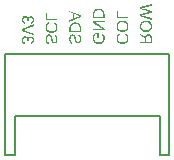
<source format=gbo>
G04 EAGLE Gerber RS-274X export*
G75*
%MOMM*%
%FSLAX34Y34*%
%LPD*%
%INSilkscreen Bottom*%
%IPPOS*%
%AMOC8*
5,1,8,0,0,1.08239X$1,22.5*%
G01*
G04 Define Apertures*
%ADD10C,0.152400*%
G36*
X29904Y-83675D02*
X29527Y-83666D01*
X29162Y-83639D01*
X28809Y-83594D01*
X28468Y-83532D01*
X28139Y-83451D01*
X27822Y-83353D01*
X27517Y-83236D01*
X27224Y-83102D01*
X26946Y-82951D01*
X26684Y-82784D01*
X26439Y-82601D01*
X26211Y-82401D01*
X26000Y-82186D01*
X25806Y-81955D01*
X25629Y-81707D01*
X25469Y-81444D01*
X25327Y-81166D01*
X25203Y-80875D01*
X25099Y-80571D01*
X25014Y-80255D01*
X24947Y-79925D01*
X24900Y-79583D01*
X24872Y-79228D01*
X24862Y-78861D01*
X24872Y-78496D01*
X24900Y-78144D01*
X24948Y-77804D01*
X25016Y-77476D01*
X25102Y-77161D01*
X25207Y-76858D01*
X25332Y-76567D01*
X25476Y-76288D01*
X25638Y-76024D01*
X25816Y-75775D01*
X26011Y-75542D01*
X26222Y-75325D01*
X26451Y-75124D01*
X26695Y-74939D01*
X26957Y-74769D01*
X27235Y-74616D01*
X27527Y-74479D01*
X27831Y-74361D01*
X28147Y-74260D01*
X28474Y-74179D01*
X28814Y-74115D01*
X29165Y-74069D01*
X29529Y-74042D01*
X29904Y-74033D01*
X30280Y-74042D01*
X30644Y-74069D01*
X30995Y-74114D01*
X31333Y-74177D01*
X31659Y-74258D01*
X31972Y-74357D01*
X32272Y-74474D01*
X32559Y-74609D01*
X32832Y-74761D01*
X33088Y-74929D01*
X33327Y-75113D01*
X33550Y-75313D01*
X33756Y-75529D01*
X33945Y-75762D01*
X34117Y-76010D01*
X34273Y-76274D01*
X34411Y-76553D01*
X34531Y-76844D01*
X34632Y-77147D01*
X34715Y-77462D01*
X34780Y-77790D01*
X34826Y-78130D01*
X34853Y-78482D01*
X34863Y-78847D01*
X34842Y-79400D01*
X34781Y-79922D01*
X34678Y-80413D01*
X34534Y-80873D01*
X34349Y-81301D01*
X34124Y-81698D01*
X33857Y-82064D01*
X33549Y-82399D01*
X33204Y-82698D01*
X32828Y-82957D01*
X32420Y-83176D01*
X31981Y-83356D01*
X31509Y-83495D01*
X31006Y-83595D01*
X30471Y-83655D01*
X29904Y-83675D01*
G37*
%LPC*%
G36*
X29904Y-82337D02*
X30351Y-82323D01*
X30773Y-82280D01*
X31169Y-82209D01*
X31540Y-82109D01*
X31885Y-81981D01*
X32204Y-81825D01*
X32498Y-81640D01*
X32766Y-81426D01*
X33005Y-81187D01*
X33213Y-80924D01*
X33388Y-80637D01*
X33532Y-80326D01*
X33643Y-79992D01*
X33723Y-79634D01*
X33771Y-79252D01*
X33787Y-78847D01*
X33771Y-78445D01*
X33722Y-78066D01*
X33641Y-77711D01*
X33528Y-77379D01*
X33383Y-77070D01*
X33205Y-76785D01*
X32995Y-76523D01*
X32752Y-76285D01*
X32481Y-76072D01*
X32186Y-75888D01*
X31867Y-75732D01*
X31523Y-75604D01*
X31155Y-75505D01*
X30762Y-75434D01*
X30345Y-75392D01*
X29904Y-75378D01*
X29443Y-75392D01*
X29009Y-75434D01*
X28602Y-75504D01*
X28222Y-75603D01*
X27868Y-75729D01*
X27542Y-75884D01*
X27242Y-76067D01*
X26969Y-76278D01*
X26726Y-76515D01*
X26515Y-76777D01*
X26337Y-77063D01*
X26191Y-77374D01*
X26077Y-77709D01*
X25996Y-78068D01*
X25947Y-78452D01*
X25931Y-78861D01*
X25948Y-79258D01*
X25998Y-79633D01*
X26082Y-79986D01*
X26199Y-80317D01*
X26350Y-80625D01*
X26534Y-80911D01*
X26752Y-81175D01*
X27004Y-81416D01*
X27283Y-81632D01*
X27587Y-81819D01*
X27914Y-81977D01*
X28265Y-82107D01*
X28639Y-82207D01*
X29037Y-82279D01*
X29459Y-82322D01*
X29904Y-82337D01*
G37*
%LPD*%
G36*
X49904Y-83675D02*
X49527Y-83666D01*
X49162Y-83639D01*
X48809Y-83594D01*
X48468Y-83532D01*
X48139Y-83451D01*
X47822Y-83353D01*
X47517Y-83236D01*
X47224Y-83102D01*
X46946Y-82951D01*
X46684Y-82784D01*
X46439Y-82601D01*
X46211Y-82401D01*
X46000Y-82186D01*
X45806Y-81955D01*
X45629Y-81707D01*
X45469Y-81444D01*
X45327Y-81166D01*
X45203Y-80875D01*
X45099Y-80571D01*
X45014Y-80255D01*
X44947Y-79925D01*
X44900Y-79583D01*
X44872Y-79228D01*
X44862Y-78861D01*
X44872Y-78496D01*
X44900Y-78144D01*
X44948Y-77804D01*
X45016Y-77476D01*
X45102Y-77161D01*
X45207Y-76858D01*
X45332Y-76567D01*
X45476Y-76288D01*
X45638Y-76024D01*
X45816Y-75775D01*
X46011Y-75542D01*
X46222Y-75325D01*
X46451Y-75124D01*
X46695Y-74939D01*
X46957Y-74769D01*
X47235Y-74616D01*
X47527Y-74479D01*
X47831Y-74361D01*
X48147Y-74260D01*
X48474Y-74179D01*
X48814Y-74115D01*
X49165Y-74069D01*
X49529Y-74042D01*
X49904Y-74033D01*
X50280Y-74042D01*
X50644Y-74069D01*
X50995Y-74114D01*
X51333Y-74177D01*
X51659Y-74258D01*
X51972Y-74357D01*
X52272Y-74474D01*
X52559Y-74609D01*
X52832Y-74761D01*
X53088Y-74929D01*
X53327Y-75113D01*
X53550Y-75313D01*
X53756Y-75529D01*
X53945Y-75762D01*
X54117Y-76010D01*
X54273Y-76274D01*
X54411Y-76553D01*
X54531Y-76844D01*
X54632Y-77147D01*
X54715Y-77462D01*
X54780Y-77790D01*
X54826Y-78130D01*
X54853Y-78482D01*
X54863Y-78847D01*
X54842Y-79400D01*
X54781Y-79922D01*
X54678Y-80413D01*
X54534Y-80873D01*
X54349Y-81301D01*
X54124Y-81698D01*
X53857Y-82064D01*
X53549Y-82399D01*
X53204Y-82698D01*
X52828Y-82957D01*
X52420Y-83176D01*
X51981Y-83356D01*
X51509Y-83495D01*
X51006Y-83595D01*
X50471Y-83655D01*
X49904Y-83675D01*
G37*
%LPC*%
G36*
X49904Y-82337D02*
X50351Y-82323D01*
X50773Y-82280D01*
X51169Y-82209D01*
X51540Y-82109D01*
X51885Y-81981D01*
X52204Y-81825D01*
X52498Y-81640D01*
X52766Y-81426D01*
X53005Y-81187D01*
X53213Y-80924D01*
X53388Y-80637D01*
X53532Y-80326D01*
X53643Y-79992D01*
X53723Y-79634D01*
X53771Y-79252D01*
X53787Y-78847D01*
X53771Y-78445D01*
X53722Y-78066D01*
X53641Y-77711D01*
X53528Y-77379D01*
X53383Y-77070D01*
X53205Y-76785D01*
X52995Y-76523D01*
X52752Y-76285D01*
X52481Y-76072D01*
X52186Y-75888D01*
X51867Y-75732D01*
X51523Y-75604D01*
X51155Y-75505D01*
X50762Y-75434D01*
X50345Y-75392D01*
X49904Y-75378D01*
X49443Y-75392D01*
X49009Y-75434D01*
X48602Y-75504D01*
X48222Y-75603D01*
X47868Y-75729D01*
X47542Y-75884D01*
X47242Y-76067D01*
X46969Y-76278D01*
X46726Y-76515D01*
X46515Y-76777D01*
X46337Y-77063D01*
X46191Y-77374D01*
X46077Y-77709D01*
X45996Y-78068D01*
X45947Y-78452D01*
X45931Y-78861D01*
X45948Y-79258D01*
X45998Y-79633D01*
X46082Y-79986D01*
X46199Y-80317D01*
X46350Y-80625D01*
X46534Y-80911D01*
X46752Y-81175D01*
X47004Y-81416D01*
X47283Y-81632D01*
X47587Y-81819D01*
X47914Y-81977D01*
X48265Y-82107D01*
X48639Y-82207D01*
X49037Y-82279D01*
X49459Y-82322D01*
X49904Y-82337D01*
G37*
%LPD*%
G36*
X-5282Y-83966D02*
X-15000Y-83966D01*
X-15000Y-80332D01*
X-14991Y-79985D01*
X-14963Y-79649D01*
X-14916Y-79323D01*
X-14850Y-79007D01*
X-14766Y-78702D01*
X-14663Y-78407D01*
X-14541Y-78123D01*
X-14400Y-77849D01*
X-14242Y-77587D01*
X-14067Y-77341D01*
X-13876Y-77111D01*
X-13668Y-76895D01*
X-13444Y-76695D01*
X-13203Y-76510D01*
X-12946Y-76341D01*
X-12672Y-76187D01*
X-12385Y-76049D01*
X-12085Y-75930D01*
X-11774Y-75829D01*
X-11451Y-75747D01*
X-11116Y-75683D01*
X-10769Y-75637D01*
X-10411Y-75609D01*
X-10041Y-75600D01*
X-9487Y-75621D01*
X-8965Y-75684D01*
X-8476Y-75789D01*
X-8019Y-75936D01*
X-7596Y-76124D01*
X-7205Y-76355D01*
X-6846Y-76627D01*
X-6520Y-76942D01*
X-6230Y-77295D01*
X-5979Y-77683D01*
X-5766Y-78106D01*
X-5592Y-78565D01*
X-5456Y-79059D01*
X-5360Y-79588D01*
X-5302Y-80153D01*
X-5282Y-80752D01*
X-5282Y-83966D01*
G37*
%LPC*%
G36*
X-6337Y-82649D02*
X-6337Y-80780D01*
X-6352Y-80325D01*
X-6397Y-79897D01*
X-6471Y-79498D01*
X-6575Y-79126D01*
X-6708Y-78781D01*
X-6871Y-78464D01*
X-7064Y-78176D01*
X-7286Y-77914D01*
X-7536Y-77682D01*
X-7814Y-77481D01*
X-8118Y-77311D01*
X-8449Y-77172D01*
X-8807Y-77064D01*
X-9191Y-76986D01*
X-9603Y-76940D01*
X-10041Y-76925D01*
X-10336Y-76931D01*
X-10621Y-76952D01*
X-10897Y-76986D01*
X-11162Y-77033D01*
X-11417Y-77094D01*
X-11663Y-77169D01*
X-11898Y-77257D01*
X-12124Y-77359D01*
X-12338Y-77474D01*
X-12540Y-77600D01*
X-12728Y-77738D01*
X-12903Y-77888D01*
X-13066Y-78049D01*
X-13215Y-78222D01*
X-13352Y-78407D01*
X-13476Y-78604D01*
X-13586Y-78811D01*
X-13681Y-79025D01*
X-13762Y-79248D01*
X-13828Y-79479D01*
X-13879Y-79718D01*
X-13915Y-79965D01*
X-13937Y-80220D01*
X-13945Y-80483D01*
X-13945Y-82649D01*
X-6337Y-82649D01*
G37*
%LPD*%
G36*
X14718Y-72185D02*
X5000Y-72185D01*
X5000Y-68550D01*
X5009Y-68204D01*
X5038Y-67868D01*
X5084Y-67542D01*
X5150Y-67226D01*
X5234Y-66921D01*
X5338Y-66626D01*
X5459Y-66342D01*
X5600Y-66067D01*
X5758Y-65806D01*
X5933Y-65560D01*
X6124Y-65329D01*
X6332Y-65114D01*
X6556Y-64914D01*
X6797Y-64729D01*
X7054Y-64560D01*
X7328Y-64405D01*
X7616Y-64268D01*
X7915Y-64149D01*
X8226Y-64048D01*
X8549Y-63966D01*
X8884Y-63902D01*
X9231Y-63856D01*
X9589Y-63828D01*
X9959Y-63819D01*
X10513Y-63840D01*
X11035Y-63903D01*
X11524Y-64008D01*
X11981Y-64154D01*
X12404Y-64343D01*
X12796Y-64574D01*
X13154Y-64846D01*
X13480Y-65161D01*
X13770Y-65514D01*
X14021Y-65902D01*
X14234Y-66325D01*
X14408Y-66784D01*
X14544Y-67278D01*
X14640Y-67807D01*
X14698Y-68371D01*
X14718Y-68971D01*
X14718Y-72185D01*
G37*
%LPC*%
G36*
X13663Y-70868D02*
X13663Y-68999D01*
X13648Y-68544D01*
X13603Y-68116D01*
X13529Y-67716D01*
X13426Y-67344D01*
X13292Y-67000D01*
X13129Y-66683D01*
X12937Y-66394D01*
X12714Y-66133D01*
X12464Y-65901D01*
X12186Y-65700D01*
X11882Y-65530D01*
X11551Y-65391D01*
X11193Y-65282D01*
X10809Y-65205D01*
X10397Y-65159D01*
X9959Y-65143D01*
X9664Y-65150D01*
X9379Y-65170D01*
X9103Y-65204D01*
X8838Y-65252D01*
X8583Y-65313D01*
X8337Y-65388D01*
X8102Y-65476D01*
X7876Y-65578D01*
X7662Y-65692D01*
X7460Y-65819D01*
X7272Y-65957D01*
X7097Y-66106D01*
X6934Y-66268D01*
X6785Y-66441D01*
X6648Y-66626D01*
X6524Y-66823D01*
X6414Y-67029D01*
X6319Y-67244D01*
X6238Y-67467D01*
X6172Y-67698D01*
X6121Y-67937D01*
X6085Y-68184D01*
X6063Y-68439D01*
X6055Y-68702D01*
X6055Y-70868D01*
X13663Y-70868D01*
G37*
%LPD*%
G36*
X54718Y-93373D02*
X45000Y-93373D01*
X45000Y-92055D01*
X49035Y-92055D01*
X49035Y-89027D01*
X45000Y-86503D01*
X45000Y-84986D01*
X47404Y-86570D01*
X49186Y-87745D01*
X49243Y-87475D01*
X49317Y-87219D01*
X49408Y-86979D01*
X49516Y-86754D01*
X49589Y-86631D01*
X49641Y-86544D01*
X49783Y-86349D01*
X49942Y-86168D01*
X50118Y-86003D01*
X50307Y-85855D01*
X50508Y-85727D01*
X50720Y-85619D01*
X50942Y-85530D01*
X51175Y-85461D01*
X51418Y-85412D01*
X51673Y-85382D01*
X51938Y-85372D01*
X52257Y-85386D01*
X52558Y-85428D01*
X52840Y-85498D01*
X53105Y-85595D01*
X53351Y-85721D01*
X53580Y-85875D01*
X53791Y-86056D01*
X53983Y-86265D01*
X54155Y-86500D01*
X54305Y-86759D01*
X54431Y-87040D01*
X54534Y-87345D01*
X54615Y-87674D01*
X54672Y-88026D01*
X54706Y-88401D01*
X54718Y-88800D01*
X54718Y-93373D01*
G37*
%LPC*%
G36*
X53663Y-92055D02*
X53663Y-88931D01*
X53656Y-88668D01*
X53635Y-88421D01*
X53600Y-88190D01*
X53551Y-87975D01*
X53489Y-87775D01*
X53412Y-87592D01*
X53322Y-87424D01*
X53218Y-87272D01*
X53100Y-87137D01*
X52970Y-87020D01*
X52827Y-86921D01*
X52672Y-86840D01*
X52504Y-86777D01*
X52324Y-86732D01*
X52130Y-86705D01*
X51925Y-86696D01*
X51712Y-86705D01*
X51511Y-86732D01*
X51322Y-86776D01*
X51146Y-86839D01*
X50982Y-86919D01*
X50830Y-87016D01*
X50690Y-87132D01*
X50562Y-87265D01*
X50448Y-87415D01*
X50350Y-87579D01*
X50266Y-87759D01*
X50198Y-87952D01*
X50145Y-88161D01*
X50107Y-88385D01*
X50084Y-88623D01*
X50076Y-88876D01*
X50076Y-92055D01*
X53663Y-92055D01*
G37*
%LPD*%
G36*
X54718Y-73282D02*
X45000Y-70419D01*
X45000Y-68847D01*
X49914Y-67497D01*
X51911Y-66964D01*
X53249Y-66661D01*
X51981Y-66381D01*
X51173Y-66178D01*
X45000Y-64495D01*
X45000Y-62922D01*
X54718Y-60060D01*
X54718Y-61433D01*
X49699Y-62828D01*
X47693Y-63371D01*
X46400Y-63674D01*
X46159Y-63736D01*
X47300Y-63998D01*
X48669Y-64343D01*
X54718Y-66033D01*
X54718Y-67295D01*
X49988Y-68622D01*
X47814Y-69209D01*
X46159Y-69592D01*
X47369Y-69866D01*
X48545Y-70164D01*
X54718Y-71909D01*
X54718Y-73282D01*
G37*
G36*
X-15000Y-74910D02*
X-15000Y-73544D01*
X-12158Y-72427D01*
X-12158Y-67999D01*
X-15000Y-66889D01*
X-15000Y-65544D01*
X-5282Y-69448D01*
X-5282Y-70944D01*
X-15000Y-74910D01*
G37*
%LPC*%
G36*
X-11131Y-72027D02*
X-7938Y-70786D01*
X-7122Y-70489D01*
X-6468Y-70275D01*
X-6275Y-70213D01*
X-6848Y-70027D01*
X-7417Y-69834D01*
X-7924Y-69641D01*
X-11131Y-68392D01*
X-11131Y-72027D01*
G37*
%LPD*%
G36*
X14718Y-82373D02*
X5000Y-82373D01*
X5000Y-81200D01*
X11456Y-81200D01*
X12607Y-81235D01*
X13276Y-81269D01*
X5000Y-76069D01*
X5000Y-74482D01*
X14718Y-74482D01*
X14718Y-75669D01*
X8345Y-75669D01*
X7552Y-75648D01*
X6386Y-75586D01*
X14718Y-80841D01*
X14718Y-82373D01*
G37*
G36*
X9904Y-93821D02*
X9524Y-93812D01*
X9157Y-93784D01*
X8802Y-93739D01*
X8460Y-93675D01*
X8130Y-93593D01*
X7813Y-93493D01*
X7509Y-93375D01*
X7217Y-93238D01*
X6940Y-93084D01*
X6680Y-92914D01*
X6436Y-92728D01*
X6210Y-92525D01*
X5999Y-92306D01*
X5806Y-92071D01*
X5629Y-91820D01*
X5469Y-91552D01*
X5327Y-91269D01*
X5203Y-90974D01*
X5099Y-90665D01*
X5014Y-90343D01*
X4947Y-90008D01*
X4900Y-89660D01*
X4872Y-89299D01*
X4862Y-88924D01*
X4869Y-88599D01*
X4889Y-88281D01*
X4923Y-87968D01*
X4970Y-87661D01*
X5030Y-87360D01*
X5105Y-87065D01*
X5293Y-86493D01*
X5531Y-85954D01*
X5813Y-85459D01*
X6140Y-85008D01*
X6510Y-84600D01*
X9862Y-84600D01*
X9862Y-88717D01*
X8759Y-88717D01*
X8759Y-85814D01*
X7007Y-85814D01*
X6772Y-86088D01*
X6562Y-86402D01*
X6379Y-86756D01*
X6221Y-87148D01*
X6094Y-87568D01*
X6004Y-88004D01*
X5949Y-88456D01*
X5931Y-88924D01*
X5948Y-89330D01*
X5998Y-89713D01*
X6081Y-90074D01*
X6197Y-90412D01*
X6347Y-90727D01*
X6530Y-91020D01*
X6747Y-91290D01*
X6997Y-91538D01*
X7275Y-91759D01*
X7578Y-91951D01*
X7905Y-92114D01*
X8256Y-92247D01*
X8632Y-92350D01*
X9031Y-92424D01*
X9455Y-92468D01*
X9904Y-92483D01*
X10353Y-92469D01*
X10776Y-92427D01*
X11173Y-92358D01*
X11544Y-92260D01*
X11890Y-92135D01*
X12209Y-91982D01*
X12502Y-91802D01*
X12769Y-91593D01*
X13008Y-91358D01*
X13215Y-91099D01*
X13389Y-90814D01*
X13532Y-90505D01*
X13644Y-90171D01*
X13723Y-89812D01*
X13771Y-89429D01*
X13787Y-89021D01*
X13781Y-88755D01*
X13763Y-88501D01*
X13733Y-88258D01*
X13692Y-88027D01*
X13573Y-87596D01*
X13407Y-87210D01*
X13306Y-87033D01*
X13190Y-86866D01*
X13060Y-86709D01*
X12916Y-86561D01*
X12586Y-86295D01*
X12200Y-86069D01*
X12573Y-84813D01*
X12863Y-84957D01*
X13132Y-85115D01*
X13381Y-85287D01*
X13609Y-85474D01*
X13817Y-85675D01*
X14004Y-85891D01*
X14171Y-86121D01*
X14318Y-86365D01*
X14446Y-86626D01*
X14556Y-86907D01*
X14650Y-87206D01*
X14726Y-87524D01*
X14786Y-87861D01*
X14829Y-88217D01*
X14854Y-88592D01*
X14863Y-88986D01*
X14842Y-89544D01*
X14782Y-90070D01*
X14680Y-90564D01*
X14539Y-91026D01*
X14356Y-91456D01*
X14133Y-91853D01*
X13870Y-92219D01*
X13566Y-92552D01*
X13225Y-92849D01*
X12851Y-93107D01*
X12443Y-93325D01*
X12002Y-93504D01*
X11528Y-93642D01*
X11020Y-93742D01*
X10478Y-93801D01*
X9904Y-93821D01*
G37*
G36*
X-32669Y-93890D02*
X-32968Y-93808D01*
X-33248Y-93702D01*
X-33508Y-93573D01*
X-33749Y-93420D01*
X-33971Y-93245D01*
X-34173Y-93046D01*
X-34357Y-92823D01*
X-34521Y-92578D01*
X-34665Y-92309D01*
X-34791Y-92016D01*
X-34897Y-91701D01*
X-34984Y-91362D01*
X-35051Y-90999D01*
X-35099Y-90614D01*
X-35128Y-90205D01*
X-35138Y-89772D01*
X-35126Y-89308D01*
X-35092Y-88871D01*
X-35034Y-88460D01*
X-34953Y-88077D01*
X-34850Y-87720D01*
X-34723Y-87390D01*
X-34573Y-87086D01*
X-34400Y-86810D01*
X-34206Y-86564D01*
X-33993Y-86350D01*
X-33761Y-86169D01*
X-33510Y-86021D01*
X-33240Y-85906D01*
X-32952Y-85824D01*
X-32644Y-85775D01*
X-32317Y-85758D01*
X-32060Y-85768D01*
X-31821Y-85795D01*
X-31598Y-85842D01*
X-31393Y-85907D01*
X-31203Y-85988D01*
X-31026Y-86083D01*
X-30861Y-86193D01*
X-30710Y-86317D01*
X-30443Y-86602D01*
X-30220Y-86934D01*
X-30033Y-87302D01*
X-29872Y-87696D01*
X-29734Y-88113D01*
X-29617Y-88548D01*
X-29407Y-89441D01*
X-29264Y-90055D01*
X-29133Y-90557D01*
X-29014Y-90948D01*
X-28907Y-91228D01*
X-28799Y-91439D01*
X-28681Y-91623D01*
X-28551Y-91782D01*
X-28410Y-91914D01*
X-28254Y-92018D01*
X-28078Y-92092D01*
X-27883Y-92137D01*
X-27669Y-92152D01*
X-27483Y-92142D01*
X-27309Y-92113D01*
X-27148Y-92066D01*
X-26998Y-91998D01*
X-26860Y-91912D01*
X-26734Y-91807D01*
X-26619Y-91682D01*
X-26517Y-91538D01*
X-26426Y-91376D01*
X-26348Y-91197D01*
X-26281Y-91000D01*
X-26227Y-90786D01*
X-26185Y-90555D01*
X-26155Y-90307D01*
X-26137Y-90041D01*
X-26131Y-89759D01*
X-26152Y-89256D01*
X-26218Y-88812D01*
X-26326Y-88425D01*
X-26397Y-88254D01*
X-26479Y-88096D01*
X-26573Y-87952D01*
X-26679Y-87821D01*
X-26800Y-87701D01*
X-26933Y-87593D01*
X-27080Y-87497D01*
X-27240Y-87414D01*
X-27413Y-87342D01*
X-27600Y-87283D01*
X-27372Y-85986D01*
X-27078Y-86082D01*
X-26806Y-86195D01*
X-26557Y-86323D01*
X-26330Y-86469D01*
X-26125Y-86630D01*
X-25942Y-86808D01*
X-25782Y-87003D01*
X-25644Y-87214D01*
X-25525Y-87445D01*
X-25423Y-87700D01*
X-25335Y-87980D01*
X-25264Y-88284D01*
X-25209Y-88613D01*
X-25169Y-88966D01*
X-25145Y-89343D01*
X-25137Y-89745D01*
X-25148Y-90177D01*
X-25180Y-90583D01*
X-25232Y-90963D01*
X-25306Y-91318D01*
X-25401Y-91647D01*
X-25518Y-91950D01*
X-25655Y-92228D01*
X-25813Y-92479D01*
X-25991Y-92703D01*
X-26187Y-92897D01*
X-26401Y-93062D01*
X-26632Y-93196D01*
X-26882Y-93300D01*
X-27149Y-93375D01*
X-27434Y-93420D01*
X-27738Y-93435D01*
X-28002Y-93423D01*
X-28251Y-93389D01*
X-28485Y-93332D01*
X-28703Y-93252D01*
X-28907Y-93150D01*
X-29097Y-93029D01*
X-29274Y-92887D01*
X-29438Y-92724D01*
X-29591Y-92536D01*
X-29737Y-92316D01*
X-29875Y-92065D01*
X-30007Y-91783D01*
X-30134Y-91450D01*
X-30262Y-91047D01*
X-30389Y-90576D01*
X-30517Y-90034D01*
X-30800Y-88827D01*
X-30946Y-88321D01*
X-31124Y-87889D01*
X-31227Y-87704D01*
X-31343Y-87540D01*
X-31472Y-87399D01*
X-31614Y-87279D01*
X-31773Y-87184D01*
X-31955Y-87116D01*
X-32159Y-87075D01*
X-32386Y-87062D01*
X-32592Y-87073D01*
X-32785Y-87105D01*
X-32965Y-87159D01*
X-33132Y-87235D01*
X-33286Y-87333D01*
X-33428Y-87452D01*
X-33556Y-87593D01*
X-33672Y-87755D01*
X-33775Y-87937D01*
X-33864Y-88138D01*
X-33939Y-88357D01*
X-34001Y-88594D01*
X-34049Y-88849D01*
X-34083Y-89123D01*
X-34103Y-89414D01*
X-34110Y-89724D01*
X-34104Y-90025D01*
X-34085Y-90309D01*
X-34053Y-90577D01*
X-34008Y-90829D01*
X-33950Y-91065D01*
X-33879Y-91285D01*
X-33796Y-91489D01*
X-33700Y-91676D01*
X-33590Y-91847D01*
X-33466Y-92004D01*
X-33327Y-92144D01*
X-33173Y-92269D01*
X-33005Y-92379D01*
X-32823Y-92473D01*
X-32625Y-92551D01*
X-32414Y-92614D01*
X-32669Y-93890D01*
G37*
G36*
X-12669Y-93890D02*
X-12968Y-93808D01*
X-13248Y-93702D01*
X-13508Y-93573D01*
X-13749Y-93420D01*
X-13971Y-93245D01*
X-14173Y-93046D01*
X-14357Y-92823D01*
X-14521Y-92578D01*
X-14665Y-92309D01*
X-14791Y-92016D01*
X-14897Y-91701D01*
X-14984Y-91362D01*
X-15051Y-90999D01*
X-15099Y-90614D01*
X-15128Y-90205D01*
X-15138Y-89772D01*
X-15126Y-89308D01*
X-15092Y-88871D01*
X-15034Y-88460D01*
X-14953Y-88077D01*
X-14850Y-87720D01*
X-14723Y-87390D01*
X-14573Y-87086D01*
X-14400Y-86810D01*
X-14206Y-86564D01*
X-13993Y-86350D01*
X-13761Y-86169D01*
X-13510Y-86021D01*
X-13240Y-85906D01*
X-12952Y-85824D01*
X-12644Y-85775D01*
X-12317Y-85758D01*
X-12060Y-85768D01*
X-11821Y-85795D01*
X-11598Y-85842D01*
X-11393Y-85907D01*
X-11203Y-85988D01*
X-11026Y-86083D01*
X-10861Y-86193D01*
X-10710Y-86317D01*
X-10443Y-86602D01*
X-10220Y-86934D01*
X-10033Y-87302D01*
X-9872Y-87696D01*
X-9734Y-88113D01*
X-9617Y-88548D01*
X-9407Y-89441D01*
X-9264Y-90055D01*
X-9133Y-90557D01*
X-9014Y-90948D01*
X-8907Y-91228D01*
X-8799Y-91439D01*
X-8681Y-91623D01*
X-8551Y-91782D01*
X-8410Y-91914D01*
X-8254Y-92018D01*
X-8078Y-92092D01*
X-7883Y-92137D01*
X-7669Y-92152D01*
X-7483Y-92142D01*
X-7309Y-92113D01*
X-7148Y-92066D01*
X-6998Y-91998D01*
X-6860Y-91912D01*
X-6734Y-91807D01*
X-6619Y-91682D01*
X-6517Y-91538D01*
X-6426Y-91376D01*
X-6348Y-91197D01*
X-6281Y-91000D01*
X-6227Y-90786D01*
X-6185Y-90555D01*
X-6155Y-90307D01*
X-6137Y-90041D01*
X-6131Y-89759D01*
X-6152Y-89256D01*
X-6218Y-88812D01*
X-6326Y-88425D01*
X-6397Y-88254D01*
X-6479Y-88096D01*
X-6573Y-87952D01*
X-6679Y-87821D01*
X-6800Y-87701D01*
X-6933Y-87593D01*
X-7080Y-87497D01*
X-7240Y-87414D01*
X-7413Y-87342D01*
X-7600Y-87283D01*
X-7372Y-85986D01*
X-7078Y-86082D01*
X-6806Y-86195D01*
X-6557Y-86323D01*
X-6330Y-86469D01*
X-6125Y-86630D01*
X-5942Y-86808D01*
X-5782Y-87003D01*
X-5644Y-87214D01*
X-5525Y-87445D01*
X-5423Y-87700D01*
X-5335Y-87980D01*
X-5264Y-88284D01*
X-5209Y-88613D01*
X-5169Y-88966D01*
X-5145Y-89343D01*
X-5137Y-89745D01*
X-5148Y-90177D01*
X-5180Y-90583D01*
X-5232Y-90963D01*
X-5306Y-91318D01*
X-5401Y-91647D01*
X-5518Y-91950D01*
X-5655Y-92228D01*
X-5813Y-92479D01*
X-5991Y-92703D01*
X-6187Y-92897D01*
X-6401Y-93062D01*
X-6632Y-93196D01*
X-6882Y-93300D01*
X-7149Y-93375D01*
X-7434Y-93420D01*
X-7738Y-93435D01*
X-8002Y-93423D01*
X-8251Y-93389D01*
X-8485Y-93332D01*
X-8703Y-93252D01*
X-8907Y-93150D01*
X-9097Y-93029D01*
X-9274Y-92887D01*
X-9438Y-92724D01*
X-9591Y-92536D01*
X-9737Y-92316D01*
X-9875Y-92065D01*
X-10007Y-91783D01*
X-10134Y-91450D01*
X-10262Y-91047D01*
X-10389Y-90576D01*
X-10517Y-90034D01*
X-10800Y-88827D01*
X-10946Y-88321D01*
X-11124Y-87889D01*
X-11227Y-87704D01*
X-11343Y-87540D01*
X-11472Y-87399D01*
X-11614Y-87279D01*
X-11773Y-87184D01*
X-11955Y-87116D01*
X-12159Y-87075D01*
X-12386Y-87062D01*
X-12592Y-87073D01*
X-12785Y-87105D01*
X-12965Y-87159D01*
X-13132Y-87235D01*
X-13286Y-87333D01*
X-13428Y-87452D01*
X-13556Y-87593D01*
X-13672Y-87755D01*
X-13775Y-87937D01*
X-13864Y-88138D01*
X-13939Y-88357D01*
X-14001Y-88594D01*
X-14049Y-88849D01*
X-14083Y-89123D01*
X-14103Y-89414D01*
X-14110Y-89724D01*
X-14104Y-90025D01*
X-14085Y-90309D01*
X-14053Y-90577D01*
X-14008Y-90829D01*
X-13950Y-91065D01*
X-13879Y-91285D01*
X-13796Y-91489D01*
X-13700Y-91676D01*
X-13590Y-91847D01*
X-13466Y-92004D01*
X-13327Y-92144D01*
X-13173Y-92269D01*
X-13005Y-92379D01*
X-12823Y-92473D01*
X-12625Y-92551D01*
X-12414Y-92614D01*
X-12669Y-93890D01*
G37*
G36*
X-30096Y-84408D02*
X-30478Y-84399D01*
X-30846Y-84373D01*
X-31201Y-84329D01*
X-31544Y-84267D01*
X-31873Y-84188D01*
X-32189Y-84092D01*
X-32492Y-83977D01*
X-32783Y-83846D01*
X-33058Y-83697D01*
X-33317Y-83533D01*
X-33560Y-83352D01*
X-33786Y-83156D01*
X-33996Y-82944D01*
X-34190Y-82715D01*
X-34367Y-82471D01*
X-34528Y-82211D01*
X-34671Y-81937D01*
X-34795Y-81650D01*
X-34900Y-81351D01*
X-34985Y-81039D01*
X-35052Y-80716D01*
X-35100Y-80379D01*
X-35128Y-80031D01*
X-35138Y-79670D01*
X-35128Y-79316D01*
X-35097Y-78974D01*
X-35046Y-78643D01*
X-34974Y-78322D01*
X-34882Y-78012D01*
X-34769Y-77714D01*
X-34636Y-77426D01*
X-34483Y-77149D01*
X-34310Y-76885D01*
X-34118Y-76636D01*
X-33907Y-76402D01*
X-33678Y-76184D01*
X-33429Y-75981D01*
X-33162Y-75793D01*
X-32877Y-75620D01*
X-32572Y-75462D01*
X-32034Y-76538D01*
X-32508Y-76811D01*
X-32918Y-77115D01*
X-33100Y-77280D01*
X-33266Y-77452D01*
X-33416Y-77632D01*
X-33550Y-77819D01*
X-33668Y-78015D01*
X-33771Y-78219D01*
X-33858Y-78431D01*
X-33929Y-78650D01*
X-33984Y-78878D01*
X-34024Y-79113D01*
X-34047Y-79356D01*
X-34055Y-79607D01*
X-34038Y-79995D01*
X-33987Y-80363D01*
X-33902Y-80710D01*
X-33784Y-81036D01*
X-33631Y-81342D01*
X-33444Y-81627D01*
X-33223Y-81891D01*
X-32969Y-82135D01*
X-32686Y-82354D01*
X-32382Y-82544D01*
X-32056Y-82705D01*
X-31708Y-82836D01*
X-31338Y-82938D01*
X-30946Y-83011D01*
X-30532Y-83055D01*
X-30096Y-83070D01*
X-29657Y-83056D01*
X-29241Y-83014D01*
X-28849Y-82944D01*
X-28482Y-82846D01*
X-28138Y-82719D01*
X-27818Y-82565D01*
X-27523Y-82383D01*
X-27251Y-82173D01*
X-27008Y-81938D01*
X-26797Y-81680D01*
X-26619Y-81400D01*
X-26473Y-81097D01*
X-26359Y-80772D01*
X-26278Y-80425D01*
X-26230Y-80055D01*
X-26213Y-79663D01*
X-26220Y-79410D01*
X-26241Y-79166D01*
X-26276Y-78931D01*
X-26325Y-78705D01*
X-26388Y-78487D01*
X-26465Y-78278D01*
X-26557Y-78078D01*
X-26662Y-77887D01*
X-26780Y-77706D01*
X-26911Y-77538D01*
X-27054Y-77383D01*
X-27210Y-77241D01*
X-27378Y-77112D01*
X-27559Y-76995D01*
X-27752Y-76891D01*
X-27958Y-76800D01*
X-27544Y-75552D01*
X-27255Y-75683D01*
X-26984Y-75831D01*
X-26732Y-75997D01*
X-26498Y-76180D01*
X-26282Y-76380D01*
X-26084Y-76597D01*
X-25905Y-76831D01*
X-25744Y-77083D01*
X-25602Y-77351D01*
X-25479Y-77636D01*
X-25374Y-77936D01*
X-25289Y-78252D01*
X-25223Y-78584D01*
X-25175Y-78932D01*
X-25147Y-79296D01*
X-25137Y-79676D01*
X-25158Y-80217D01*
X-25220Y-80726D01*
X-25323Y-81206D01*
X-25467Y-81656D01*
X-25652Y-82075D01*
X-25878Y-82465D01*
X-26146Y-82824D01*
X-26455Y-83152D01*
X-26800Y-83447D01*
X-27176Y-83702D01*
X-27584Y-83917D01*
X-28024Y-84094D01*
X-28495Y-84231D01*
X-28997Y-84329D01*
X-29531Y-84388D01*
X-30096Y-84408D01*
G37*
G36*
X29904Y-93814D02*
X29522Y-93805D01*
X29154Y-93779D01*
X28799Y-93735D01*
X28456Y-93673D01*
X28127Y-93594D01*
X27811Y-93498D01*
X27508Y-93384D01*
X27217Y-93252D01*
X26942Y-93103D01*
X26683Y-92939D01*
X26440Y-92759D01*
X26214Y-92562D01*
X26004Y-92350D01*
X25810Y-92122D01*
X25633Y-91877D01*
X25472Y-91617D01*
X25329Y-91343D01*
X25205Y-91056D01*
X25100Y-90757D01*
X25015Y-90446D01*
X24948Y-90122D01*
X24900Y-89786D01*
X24872Y-89437D01*
X24862Y-89076D01*
X24872Y-88723D01*
X24903Y-88380D01*
X24954Y-88049D01*
X25026Y-87728D01*
X25118Y-87419D01*
X25231Y-87120D01*
X25364Y-86832D01*
X25517Y-86555D01*
X25690Y-86291D01*
X25882Y-86042D01*
X26093Y-85809D01*
X26322Y-85590D01*
X26571Y-85387D01*
X26838Y-85199D01*
X27123Y-85026D01*
X27428Y-84869D01*
X27966Y-85945D01*
X27492Y-86217D01*
X27082Y-86522D01*
X26900Y-86686D01*
X26734Y-86858D01*
X26584Y-87038D01*
X26450Y-87226D01*
X26332Y-87421D01*
X26229Y-87625D01*
X26142Y-87837D01*
X26071Y-88056D01*
X26016Y-88284D01*
X25976Y-88519D01*
X25953Y-88762D01*
X25945Y-89014D01*
X25962Y-89402D01*
X26013Y-89769D01*
X26098Y-90116D01*
X26216Y-90442D01*
X26369Y-90748D01*
X26556Y-91033D01*
X26777Y-91298D01*
X27031Y-91541D01*
X27314Y-91760D01*
X27618Y-91950D01*
X27944Y-92111D01*
X28292Y-92242D01*
X28662Y-92345D01*
X29054Y-92418D01*
X29468Y-92461D01*
X29904Y-92476D01*
X30343Y-92462D01*
X30759Y-92420D01*
X31151Y-92350D01*
X31519Y-92252D01*
X31862Y-92126D01*
X32182Y-91972D01*
X32477Y-91790D01*
X32749Y-91579D01*
X32992Y-91344D01*
X33203Y-91086D01*
X33381Y-90806D01*
X33527Y-90503D01*
X33641Y-90178D01*
X33722Y-89831D01*
X33771Y-89461D01*
X33787Y-89069D01*
X33780Y-88816D01*
X33759Y-88573D01*
X33724Y-88337D01*
X33675Y-88111D01*
X33612Y-87893D01*
X33535Y-87685D01*
X33444Y-87484D01*
X33338Y-87293D01*
X33220Y-87112D01*
X33089Y-86944D01*
X32946Y-86789D01*
X32790Y-86647D01*
X32622Y-86518D01*
X32441Y-86401D01*
X32248Y-86298D01*
X32042Y-86207D01*
X32456Y-84958D01*
X32745Y-85089D01*
X33016Y-85238D01*
X33268Y-85403D01*
X33502Y-85586D01*
X33718Y-85786D01*
X33916Y-86003D01*
X34095Y-86238D01*
X34256Y-86489D01*
X34398Y-86758D01*
X34521Y-87042D01*
X34626Y-87342D01*
X34711Y-87658D01*
X34777Y-87991D01*
X34825Y-88339D01*
X34853Y-88703D01*
X34863Y-89083D01*
X34842Y-89623D01*
X34780Y-90133D01*
X34677Y-90613D01*
X34533Y-91062D01*
X34348Y-91482D01*
X34122Y-91871D01*
X33854Y-92230D01*
X33545Y-92559D01*
X33200Y-92853D01*
X32824Y-93108D01*
X32416Y-93324D01*
X31976Y-93500D01*
X31505Y-93637D01*
X31003Y-93736D01*
X30469Y-93794D01*
X29904Y-93814D01*
G37*
G36*
X-52503Y-93993D02*
X-52819Y-93941D01*
X-53115Y-93866D01*
X-53391Y-93769D01*
X-53647Y-93649D01*
X-53884Y-93508D01*
X-54100Y-93343D01*
X-54296Y-93157D01*
X-54472Y-92948D01*
X-54628Y-92719D01*
X-54764Y-92471D01*
X-54878Y-92205D01*
X-54972Y-91920D01*
X-55044Y-91616D01*
X-55096Y-91294D01*
X-55128Y-90953D01*
X-55138Y-90593D01*
X-55126Y-90208D01*
X-55092Y-89846D01*
X-55034Y-89506D01*
X-54953Y-89190D01*
X-54850Y-88896D01*
X-54723Y-88625D01*
X-54573Y-88377D01*
X-54400Y-88152D01*
X-54206Y-87951D01*
X-53993Y-87777D01*
X-53761Y-87630D01*
X-53510Y-87510D01*
X-53240Y-87417D01*
X-52952Y-87350D01*
X-52644Y-87310D01*
X-52317Y-87296D01*
X-52089Y-87306D01*
X-51871Y-87334D01*
X-51663Y-87382D01*
X-51465Y-87448D01*
X-51277Y-87533D01*
X-51099Y-87638D01*
X-50931Y-87761D01*
X-50772Y-87903D01*
X-50626Y-88063D01*
X-50496Y-88237D01*
X-50382Y-88426D01*
X-50283Y-88631D01*
X-50199Y-88851D01*
X-50131Y-89085D01*
X-50078Y-89335D01*
X-50041Y-89600D01*
X-50014Y-89600D01*
X-49956Y-89359D01*
X-49887Y-89133D01*
X-49805Y-88922D01*
X-49713Y-88725D01*
X-49608Y-88543D01*
X-49492Y-88376D01*
X-49364Y-88224D01*
X-49224Y-88086D01*
X-49073Y-87964D01*
X-48911Y-87858D01*
X-48738Y-87769D01*
X-48554Y-87696D01*
X-48359Y-87639D01*
X-48154Y-87598D01*
X-47937Y-87573D01*
X-47710Y-87565D01*
X-47415Y-87578D01*
X-47136Y-87616D01*
X-46875Y-87679D01*
X-46630Y-87768D01*
X-46401Y-87882D01*
X-46190Y-88021D01*
X-45995Y-88186D01*
X-45817Y-88376D01*
X-45657Y-88589D01*
X-45519Y-88822D01*
X-45403Y-89075D01*
X-45307Y-89349D01*
X-45233Y-89643D01*
X-45180Y-89958D01*
X-45148Y-90293D01*
X-45137Y-90648D01*
X-45148Y-90975D01*
X-45179Y-91287D01*
X-45231Y-91583D01*
X-45305Y-91865D01*
X-45399Y-92131D01*
X-45514Y-92382D01*
X-45650Y-92618D01*
X-45806Y-92838D01*
X-45982Y-93040D01*
X-46174Y-93219D01*
X-46382Y-93377D01*
X-46606Y-93511D01*
X-46847Y-93624D01*
X-47105Y-93714D01*
X-47378Y-93782D01*
X-47669Y-93828D01*
X-47765Y-92579D01*
X-47579Y-92552D01*
X-47404Y-92512D01*
X-47239Y-92458D01*
X-47086Y-92391D01*
X-46943Y-92310D01*
X-46811Y-92217D01*
X-46689Y-92110D01*
X-46579Y-91990D01*
X-46480Y-91858D01*
X-46395Y-91717D01*
X-46322Y-91565D01*
X-46263Y-91404D01*
X-46217Y-91234D01*
X-46184Y-91053D01*
X-46165Y-90862D01*
X-46158Y-90662D01*
X-46165Y-90443D01*
X-46186Y-90238D01*
X-46222Y-90047D01*
X-46271Y-89870D01*
X-46335Y-89706D01*
X-46412Y-89557D01*
X-46504Y-89422D01*
X-46610Y-89300D01*
X-46728Y-89192D01*
X-46856Y-89099D01*
X-46995Y-89020D01*
X-47144Y-88956D01*
X-47303Y-88906D01*
X-47472Y-88870D01*
X-47651Y-88848D01*
X-47841Y-88841D01*
X-48032Y-88850D01*
X-48213Y-88876D01*
X-48383Y-88920D01*
X-48542Y-88982D01*
X-48690Y-89061D01*
X-48828Y-89157D01*
X-48956Y-89272D01*
X-49072Y-89403D01*
X-49176Y-89551D01*
X-49267Y-89713D01*
X-49343Y-89889D01*
X-49406Y-90080D01*
X-49454Y-90285D01*
X-49489Y-90505D01*
X-49510Y-90738D01*
X-49517Y-90986D01*
X-49517Y-91662D01*
X-50593Y-91662D01*
X-50593Y-90959D01*
X-50600Y-90679D01*
X-50621Y-90417D01*
X-50655Y-90171D01*
X-50704Y-89942D01*
X-50767Y-89730D01*
X-50843Y-89536D01*
X-50933Y-89358D01*
X-51038Y-89196D01*
X-51154Y-89053D01*
X-51282Y-88929D01*
X-51420Y-88825D01*
X-51570Y-88739D01*
X-51730Y-88672D01*
X-51901Y-88624D01*
X-52083Y-88596D01*
X-52276Y-88586D01*
X-52496Y-88594D01*
X-52703Y-88619D01*
X-52895Y-88661D01*
X-53074Y-88720D01*
X-53239Y-88795D01*
X-53389Y-88887D01*
X-53526Y-88995D01*
X-53648Y-89121D01*
X-53757Y-89261D01*
X-53850Y-89413D01*
X-53930Y-89578D01*
X-53995Y-89756D01*
X-54045Y-89946D01*
X-54081Y-90149D01*
X-54103Y-90365D01*
X-54110Y-90593D01*
X-54104Y-90820D01*
X-54083Y-91035D01*
X-54050Y-91237D01*
X-54003Y-91426D01*
X-53942Y-91603D01*
X-53868Y-91767D01*
X-53780Y-91918D01*
X-53679Y-92057D01*
X-53565Y-92183D01*
X-53437Y-92296D01*
X-53295Y-92397D01*
X-53140Y-92485D01*
X-52972Y-92560D01*
X-52790Y-92623D01*
X-52595Y-92673D01*
X-52386Y-92710D01*
X-52503Y-93993D01*
G37*
G36*
X-52503Y-76743D02*
X-52819Y-76691D01*
X-53115Y-76616D01*
X-53391Y-76519D01*
X-53647Y-76399D01*
X-53884Y-76258D01*
X-54100Y-76093D01*
X-54296Y-75907D01*
X-54472Y-75698D01*
X-54628Y-75469D01*
X-54764Y-75221D01*
X-54878Y-74955D01*
X-54972Y-74670D01*
X-55044Y-74366D01*
X-55096Y-74044D01*
X-55128Y-73703D01*
X-55138Y-73343D01*
X-55126Y-72958D01*
X-55092Y-72596D01*
X-55034Y-72256D01*
X-54953Y-71940D01*
X-54850Y-71646D01*
X-54723Y-71375D01*
X-54573Y-71127D01*
X-54400Y-70902D01*
X-54206Y-70701D01*
X-53993Y-70527D01*
X-53761Y-70380D01*
X-53510Y-70260D01*
X-53240Y-70167D01*
X-52952Y-70100D01*
X-52644Y-70060D01*
X-52317Y-70046D01*
X-52089Y-70056D01*
X-51871Y-70084D01*
X-51663Y-70132D01*
X-51465Y-70198D01*
X-51277Y-70283D01*
X-51099Y-70388D01*
X-50931Y-70511D01*
X-50772Y-70653D01*
X-50626Y-70813D01*
X-50496Y-70987D01*
X-50382Y-71176D01*
X-50283Y-71381D01*
X-50199Y-71601D01*
X-50131Y-71835D01*
X-50078Y-72085D01*
X-50041Y-72350D01*
X-50014Y-72350D01*
X-49956Y-72109D01*
X-49887Y-71883D01*
X-49805Y-71672D01*
X-49713Y-71475D01*
X-49608Y-71293D01*
X-49492Y-71126D01*
X-49364Y-70974D01*
X-49224Y-70836D01*
X-49073Y-70714D01*
X-48911Y-70608D01*
X-48738Y-70519D01*
X-48554Y-70446D01*
X-48359Y-70389D01*
X-48154Y-70348D01*
X-47937Y-70323D01*
X-47710Y-70315D01*
X-47415Y-70328D01*
X-47136Y-70366D01*
X-46875Y-70429D01*
X-46630Y-70518D01*
X-46401Y-70632D01*
X-46190Y-70771D01*
X-45995Y-70936D01*
X-45817Y-71126D01*
X-45657Y-71339D01*
X-45519Y-71572D01*
X-45403Y-71825D01*
X-45307Y-72099D01*
X-45233Y-72393D01*
X-45180Y-72708D01*
X-45148Y-73043D01*
X-45137Y-73398D01*
X-45148Y-73725D01*
X-45179Y-74037D01*
X-45231Y-74333D01*
X-45305Y-74615D01*
X-45399Y-74881D01*
X-45514Y-75132D01*
X-45650Y-75368D01*
X-45806Y-75588D01*
X-45982Y-75790D01*
X-46174Y-75969D01*
X-46382Y-76127D01*
X-46606Y-76261D01*
X-46847Y-76374D01*
X-47105Y-76464D01*
X-47378Y-76532D01*
X-47669Y-76578D01*
X-47765Y-75329D01*
X-47579Y-75302D01*
X-47404Y-75262D01*
X-47239Y-75208D01*
X-47086Y-75141D01*
X-46943Y-75060D01*
X-46811Y-74967D01*
X-46689Y-74860D01*
X-46579Y-74740D01*
X-46480Y-74608D01*
X-46395Y-74467D01*
X-46322Y-74315D01*
X-46263Y-74154D01*
X-46217Y-73984D01*
X-46184Y-73803D01*
X-46165Y-73612D01*
X-46158Y-73412D01*
X-46165Y-73193D01*
X-46186Y-72988D01*
X-46222Y-72797D01*
X-46271Y-72620D01*
X-46335Y-72456D01*
X-46412Y-72307D01*
X-46504Y-72172D01*
X-46610Y-72050D01*
X-46728Y-71942D01*
X-46856Y-71849D01*
X-46995Y-71770D01*
X-47144Y-71706D01*
X-47303Y-71656D01*
X-47472Y-71620D01*
X-47651Y-71598D01*
X-47841Y-71591D01*
X-48032Y-71600D01*
X-48213Y-71626D01*
X-48383Y-71670D01*
X-48542Y-71732D01*
X-48690Y-71811D01*
X-48828Y-71907D01*
X-48956Y-72022D01*
X-49072Y-72153D01*
X-49176Y-72301D01*
X-49267Y-72463D01*
X-49343Y-72639D01*
X-49406Y-72830D01*
X-49454Y-73035D01*
X-49489Y-73255D01*
X-49510Y-73488D01*
X-49517Y-73736D01*
X-49517Y-74412D01*
X-50593Y-74412D01*
X-50593Y-73709D01*
X-50600Y-73429D01*
X-50621Y-73167D01*
X-50655Y-72921D01*
X-50704Y-72692D01*
X-50767Y-72480D01*
X-50843Y-72286D01*
X-50933Y-72108D01*
X-51038Y-71946D01*
X-51154Y-71803D01*
X-51282Y-71679D01*
X-51420Y-71575D01*
X-51570Y-71489D01*
X-51730Y-71422D01*
X-51901Y-71374D01*
X-52083Y-71346D01*
X-52276Y-71336D01*
X-52496Y-71344D01*
X-52703Y-71369D01*
X-52895Y-71411D01*
X-53074Y-71470D01*
X-53239Y-71545D01*
X-53389Y-71637D01*
X-53526Y-71745D01*
X-53648Y-71871D01*
X-53757Y-72011D01*
X-53850Y-72163D01*
X-53930Y-72328D01*
X-53995Y-72506D01*
X-54045Y-72696D01*
X-54081Y-72899D01*
X-54103Y-73115D01*
X-54110Y-73343D01*
X-54104Y-73570D01*
X-54083Y-73785D01*
X-54050Y-73987D01*
X-54003Y-74176D01*
X-53942Y-74353D01*
X-53868Y-74517D01*
X-53780Y-74668D01*
X-53679Y-74807D01*
X-53565Y-74933D01*
X-53437Y-75046D01*
X-53295Y-75147D01*
X-53140Y-75235D01*
X-52972Y-75310D01*
X-52790Y-75373D01*
X-52595Y-75423D01*
X-52386Y-75460D01*
X-52503Y-76743D01*
G37*
G36*
X-45282Y-86625D02*
X-55000Y-82660D01*
X-55000Y-81294D01*
X-45282Y-77328D01*
X-45282Y-78715D01*
X-52124Y-81391D01*
X-53841Y-81970D01*
X-52124Y-82549D01*
X-45282Y-85239D01*
X-45282Y-86625D01*
G37*
G36*
X-25282Y-73779D02*
X-35000Y-73779D01*
X-35000Y-67551D01*
X-33924Y-67551D01*
X-33924Y-72462D01*
X-25282Y-72462D01*
X-25282Y-73779D01*
G37*
G36*
X34718Y-72185D02*
X25000Y-72185D01*
X25000Y-65957D01*
X26076Y-65957D01*
X26076Y-70868D01*
X34718Y-70868D01*
X34718Y-72185D01*
G37*
D10*
X69500Y-102600D02*
X69500Y-188100D01*
X69500Y-102600D02*
X-69500Y-102600D01*
X-69500Y-188100D01*
X61500Y-188100D02*
X69500Y-188100D01*
X61500Y-188100D02*
X61500Y-155100D01*
X-61500Y-155100D01*
X-61500Y-188100D01*
X-69500Y-188100D01*
M02*

</source>
